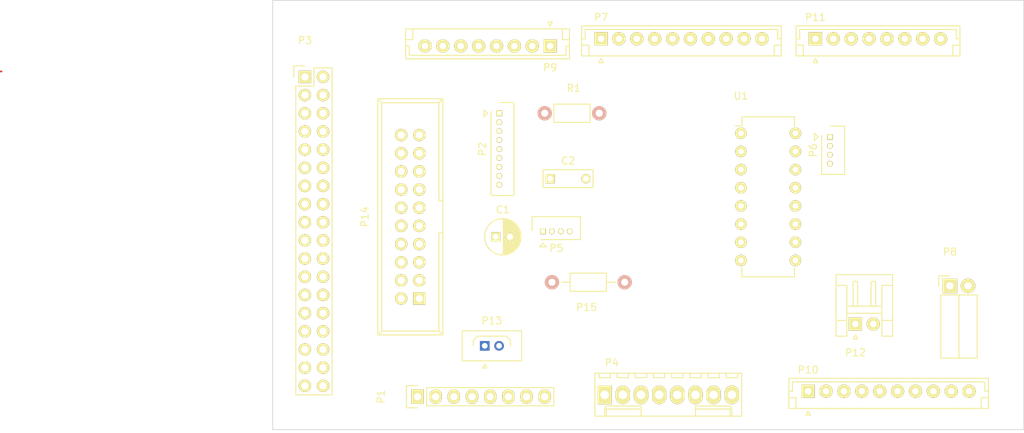
<source format=kicad_pcb>
(kicad_pcb (version 4) (host pcbnew 4.0.3-stable)

  (general
    (links 61)
    (no_connects 61)
    (area 110.084999 44.619037 253.458513 105.397)
    (thickness 1.6)
    (drawings 4)
    (tracks 1)
    (zones 0)
    (modules 19)
    (nets 95)
  )

  (page A4)
  (layers
    (0 F.Cu signal)
    (31 B.Cu signal)
    (32 B.Adhes user)
    (33 F.Adhes user)
    (34 B.Paste user)
    (35 F.Paste user)
    (36 B.SilkS user)
    (37 F.SilkS user)
    (38 B.Mask user)
    (39 F.Mask user)
    (40 Dwgs.User user)
    (41 Cmts.User user)
    (42 Eco1.User user)
    (43 Eco2.User user)
    (44 Edge.Cuts user)
    (45 Margin user)
    (46 B.CrtYd user)
    (47 F.CrtYd user)
    (48 B.Fab user)
    (49 F.Fab user)
  )

  (setup
    (last_trace_width 2)
    (user_trace_width 1)
    (user_trace_width 2)
    (user_trace_width 3)
    (user_trace_width 4)
    (user_trace_width 5)
    (user_trace_width 6)
    (trace_clearance 0.2)
    (zone_clearance 0.508)
    (zone_45_only no)
    (trace_min 0.2)
    (segment_width 0.2)
    (edge_width 0.15)
    (via_size 0.6)
    (via_drill 0.4)
    (via_min_size 0.4)
    (via_min_drill 0.3)
    (uvia_size 0.3)
    (uvia_drill 0.1)
    (uvias_allowed no)
    (uvia_min_size 0.2)
    (uvia_min_drill 0.1)
    (pcb_text_width 0.3)
    (pcb_text_size 1.5 1.5)
    (mod_edge_width 0.15)
    (mod_text_size 1 1)
    (mod_text_width 0.15)
    (pad_size 1.524 1.524)
    (pad_drill 0.762)
    (pad_to_mask_clearance 0.2)
    (aux_axis_origin 0 0)
    (grid_origin 27.686 127.508)
    (visible_elements FFFFFF7F)
    (pcbplotparams
      (layerselection 0x00030_80000001)
      (usegerberextensions false)
      (excludeedgelayer true)
      (linewidth 0.100000)
      (plotframeref false)
      (viasonmask false)
      (mode 1)
      (useauxorigin false)
      (hpglpennumber 1)
      (hpglpenspeed 20)
      (hpglpendiameter 15)
      (hpglpenoverlay 2)
      (psnegative false)
      (psa4output false)
      (plotreference true)
      (plotvalue true)
      (plotinvisibletext false)
      (padsonsilk false)
      (subtractmaskfromsilk false)
      (outputformat 1)
      (mirror false)
      (drillshape 1)
      (scaleselection 1)
      (outputdirectory ""))
  )

  (net 0 "")
  (net 1 /5V)
  (net 2 GND)
  (net 3 "Net-(P1-Pad1)")
  (net 4 "Net-(P1-Pad2)")
  (net 5 "Net-(P1-Pad3)")
  (net 6 "Net-(P1-Pad4)")
  (net 7 "Net-(P1-Pad5)")
  (net 8 "Net-(P1-Pad6)")
  (net 9 "Net-(P1-Pad7)")
  (net 10 "Net-(P1-Pad8)")
  (net 11 /KEY_INPUT1)
  (net 12 /KEY_INPUT2)
  (net 13 /KEY_INPUT6)
  (net 14 "Net-(P3-Pad1)")
  (net 15 "Net-(P3-Pad2)")
  (net 16 /LCD_D0)
  (net 17 /LCD_D1)
  (net 18 /LCD_D2)
  (net 19 /LCD_D3)
  (net 20 /LCD_D4)
  (net 21 /LCD_D5)
  (net 22 /LCD_D6)
  (net 23 /LCD_D7)
  (net 24 "Net-(P3-Pad11)")
  (net 25 "Net-(P3-Pad19)")
  (net 26 "Net-(P3-Pad20)")
  (net 27 "Net-(P3-Pad21)")
  (net 28 "Net-(P3-Pad22)")
  (net 29 "Net-(P3-Pad23)")
  (net 30 "Net-(P3-Pad24)")
  (net 31 "Net-(P3-Pad25)")
  (net 32 "Net-(P3-Pad26)")
  (net 33 "Net-(P3-Pad27)")
  (net 34 "Net-(P3-Pad28)")
  (net 35 "Net-(P3-Pad29)")
  (net 36 "Net-(P3-Pad30)")
  (net 37 /SD_DO)
  (net 38 /LCD_DI)
  (net 39 /SD_SCK)
  (net 40 "Net-(P3-Pad34)")
  (net 41 "Net-(P3-Pad35)")
  (net 42 "Net-(P3-Pad36)")
  (net 43 "Net-(P4-Pad1)")
  (net 44 "Net-(P4-Pad2)")
  (net 45 /RGB_B)
  (net 46 "Net-(P4-Pad4)")
  (net 47 "Net-(P4-Pad6)")
  (net 48 "Net-(P4-Pad7)")
  (net 49 "Net-(P4-Pad8)")
  (net 50 "Net-(P15-Pad1)")
  (net 51 "Net-(P6-Pad1)")
  (net 52 "Net-(P6-Pad2)")
  (net 53 "Net-(P6-Pad3)")
  (net 54 /12V)
  (net 55 "Net-(P7-Pad2)")
  (net 56 "Net-(P7-Pad3)")
  (net 57 "Net-(P7-Pad4)")
  (net 58 "Net-(P7-Pad5)")
  (net 59 "Net-(P7-Pad6)")
  (net 60 "Net-(P7-Pad7)")
  (net 61 "Net-(P7-Pad8)")
  (net 62 "Net-(P7-Pad9)")
  (net 63 "Net-(P7-Pad10)")
  (net 64 /LCD_RD)
  (net 65 /LCD_WR)
  (net 66 /LCD_RS)
  (net 67 /LCD_CS)
  (net 68 /LCD_RST)
  (net 69 "Net-(P9-Pad6)")
  (net 70 "Net-(P9-Pad7)")
  (net 71 "Net-(P9-Pad8)")
  (net 72 "Net-(P10-Pad1)")
  (net 73 "Net-(P10-Pad2)")
  (net 74 /SD_SS)
  (net 75 /HEATER_ON_OFF)
  (net 76 "Net-(P10-Pad5)")
  (net 77 "Net-(P10-Pad6)")
  (net 78 "Net-(P10-Pad7)")
  (net 79 "Net-(P10-Pad8)")
  (net 80 "Net-(P10-Pad9)")
  (net 81 "Net-(P10-Pad10)")
  (net 82 "Net-(P11-Pad1)")
  (net 83 "Net-(P11-Pad2)")
  (net 84 "Net-(P11-Pad3)")
  (net 85 "Net-(P11-Pad4)")
  (net 86 "Net-(P11-Pad8)")
  (net 87 "Net-(U1-Pad4)")
  (net 88 "Net-(U1-Pad5)")
  (net 89 "Net-(U1-Pad6)")
  (net 90 "Net-(U1-Pad7)")
  (net 91 "Net-(U1-Pad10)")
  (net 92 "Net-(U1-Pad11)")
  (net 93 "Net-(U1-Pad12)")
  (net 94 "Net-(U1-Pad13)")

  (net_class Default "This is the default net class."
    (clearance 0.2)
    (trace_width 0.25)
    (via_dia 0.6)
    (via_drill 0.4)
    (uvia_dia 0.3)
    (uvia_drill 0.1)
    (add_net /12V)
    (add_net /5V)
    (add_net /HEATER_ON_OFF)
    (add_net /KEY_INPUT1)
    (add_net /KEY_INPUT2)
    (add_net /KEY_INPUT6)
    (add_net /LCD_CS)
    (add_net /LCD_D0)
    (add_net /LCD_D1)
    (add_net /LCD_D2)
    (add_net /LCD_D3)
    (add_net /LCD_D4)
    (add_net /LCD_D5)
    (add_net /LCD_D6)
    (add_net /LCD_D7)
    (add_net /LCD_DI)
    (add_net /LCD_RD)
    (add_net /LCD_RS)
    (add_net /LCD_RST)
    (add_net /LCD_WR)
    (add_net /RGB_B)
    (add_net /SD_DO)
    (add_net /SD_SCK)
    (add_net /SD_SS)
    (add_net GND)
    (add_net "Net-(P1-Pad1)")
    (add_net "Net-(P1-Pad2)")
    (add_net "Net-(P1-Pad3)")
    (add_net "Net-(P1-Pad4)")
    (add_net "Net-(P1-Pad5)")
    (add_net "Net-(P1-Pad6)")
    (add_net "Net-(P1-Pad7)")
    (add_net "Net-(P1-Pad8)")
    (add_net "Net-(P10-Pad1)")
    (add_net "Net-(P10-Pad10)")
    (add_net "Net-(P10-Pad2)")
    (add_net "Net-(P10-Pad5)")
    (add_net "Net-(P10-Pad6)")
    (add_net "Net-(P10-Pad7)")
    (add_net "Net-(P10-Pad8)")
    (add_net "Net-(P10-Pad9)")
    (add_net "Net-(P11-Pad1)")
    (add_net "Net-(P11-Pad2)")
    (add_net "Net-(P11-Pad3)")
    (add_net "Net-(P11-Pad4)")
    (add_net "Net-(P11-Pad8)")
    (add_net "Net-(P15-Pad1)")
    (add_net "Net-(P3-Pad1)")
    (add_net "Net-(P3-Pad11)")
    (add_net "Net-(P3-Pad19)")
    (add_net "Net-(P3-Pad2)")
    (add_net "Net-(P3-Pad20)")
    (add_net "Net-(P3-Pad21)")
    (add_net "Net-(P3-Pad22)")
    (add_net "Net-(P3-Pad23)")
    (add_net "Net-(P3-Pad24)")
    (add_net "Net-(P3-Pad25)")
    (add_net "Net-(P3-Pad26)")
    (add_net "Net-(P3-Pad27)")
    (add_net "Net-(P3-Pad28)")
    (add_net "Net-(P3-Pad29)")
    (add_net "Net-(P3-Pad30)")
    (add_net "Net-(P3-Pad34)")
    (add_net "Net-(P3-Pad35)")
    (add_net "Net-(P3-Pad36)")
    (add_net "Net-(P4-Pad1)")
    (add_net "Net-(P4-Pad2)")
    (add_net "Net-(P4-Pad4)")
    (add_net "Net-(P4-Pad6)")
    (add_net "Net-(P4-Pad7)")
    (add_net "Net-(P4-Pad8)")
    (add_net "Net-(P6-Pad1)")
    (add_net "Net-(P6-Pad2)")
    (add_net "Net-(P6-Pad3)")
    (add_net "Net-(P7-Pad10)")
    (add_net "Net-(P7-Pad2)")
    (add_net "Net-(P7-Pad3)")
    (add_net "Net-(P7-Pad4)")
    (add_net "Net-(P7-Pad5)")
    (add_net "Net-(P7-Pad6)")
    (add_net "Net-(P7-Pad7)")
    (add_net "Net-(P7-Pad8)")
    (add_net "Net-(P7-Pad9)")
    (add_net "Net-(P9-Pad6)")
    (add_net "Net-(P9-Pad7)")
    (add_net "Net-(P9-Pad8)")
    (add_net "Net-(U1-Pad10)")
    (add_net "Net-(U1-Pad11)")
    (add_net "Net-(U1-Pad12)")
    (add_net "Net-(U1-Pad13)")
    (add_net "Net-(U1-Pad4)")
    (add_net "Net-(U1-Pad5)")
    (add_net "Net-(U1-Pad6)")
    (add_net "Net-(U1-Pad7)")
  )

  (module Capacitors_ThroughHole:C_Radial_D5_L11_P2 (layer F.Cu) (tedit 0) (tstamp 57BBE01E)
    (at 179.578 77.724)
    (descr "Radial Electrolytic Capacitor 5mm x Length 11mm, Pitch 2mm")
    (tags "Electrolytic Capacitor")
    (path /57BBAA0D)
    (fp_text reference C1 (at 1 -3.8) (layer F.SilkS)
      (effects (font (size 1 1) (thickness 0.15)))
    )
    (fp_text value 100uF (at 1 3.8) (layer F.Fab)
      (effects (font (size 1 1) (thickness 0.15)))
    )
    (fp_line (start 1.075 -2.499) (end 1.075 2.499) (layer F.SilkS) (width 0.15))
    (fp_line (start 1.215 -2.491) (end 1.215 -0.154) (layer F.SilkS) (width 0.15))
    (fp_line (start 1.215 0.154) (end 1.215 2.491) (layer F.SilkS) (width 0.15))
    (fp_line (start 1.355 -2.475) (end 1.355 -0.473) (layer F.SilkS) (width 0.15))
    (fp_line (start 1.355 0.473) (end 1.355 2.475) (layer F.SilkS) (width 0.15))
    (fp_line (start 1.495 -2.451) (end 1.495 -0.62) (layer F.SilkS) (width 0.15))
    (fp_line (start 1.495 0.62) (end 1.495 2.451) (layer F.SilkS) (width 0.15))
    (fp_line (start 1.635 -2.418) (end 1.635 -0.712) (layer F.SilkS) (width 0.15))
    (fp_line (start 1.635 0.712) (end 1.635 2.418) (layer F.SilkS) (width 0.15))
    (fp_line (start 1.775 -2.377) (end 1.775 -0.768) (layer F.SilkS) (width 0.15))
    (fp_line (start 1.775 0.768) (end 1.775 2.377) (layer F.SilkS) (width 0.15))
    (fp_line (start 1.915 -2.327) (end 1.915 -0.795) (layer F.SilkS) (width 0.15))
    (fp_line (start 1.915 0.795) (end 1.915 2.327) (layer F.SilkS) (width 0.15))
    (fp_line (start 2.055 -2.266) (end 2.055 -0.798) (layer F.SilkS) (width 0.15))
    (fp_line (start 2.055 0.798) (end 2.055 2.266) (layer F.SilkS) (width 0.15))
    (fp_line (start 2.195 -2.196) (end 2.195 -0.776) (layer F.SilkS) (width 0.15))
    (fp_line (start 2.195 0.776) (end 2.195 2.196) (layer F.SilkS) (width 0.15))
    (fp_line (start 2.335 -2.114) (end 2.335 -0.726) (layer F.SilkS) (width 0.15))
    (fp_line (start 2.335 0.726) (end 2.335 2.114) (layer F.SilkS) (width 0.15))
    (fp_line (start 2.475 -2.019) (end 2.475 -0.644) (layer F.SilkS) (width 0.15))
    (fp_line (start 2.475 0.644) (end 2.475 2.019) (layer F.SilkS) (width 0.15))
    (fp_line (start 2.615 -1.908) (end 2.615 -0.512) (layer F.SilkS) (width 0.15))
    (fp_line (start 2.615 0.512) (end 2.615 1.908) (layer F.SilkS) (width 0.15))
    (fp_line (start 2.755 -1.78) (end 2.755 -0.265) (layer F.SilkS) (width 0.15))
    (fp_line (start 2.755 0.265) (end 2.755 1.78) (layer F.SilkS) (width 0.15))
    (fp_line (start 2.895 -1.631) (end 2.895 1.631) (layer F.SilkS) (width 0.15))
    (fp_line (start 3.035 -1.452) (end 3.035 1.452) (layer F.SilkS) (width 0.15))
    (fp_line (start 3.175 -1.233) (end 3.175 1.233) (layer F.SilkS) (width 0.15))
    (fp_line (start 3.315 -0.944) (end 3.315 0.944) (layer F.SilkS) (width 0.15))
    (fp_line (start 3.455 -0.472) (end 3.455 0.472) (layer F.SilkS) (width 0.15))
    (fp_circle (center 2 0) (end 2 -0.8) (layer F.SilkS) (width 0.15))
    (fp_circle (center 1 0) (end 1 -2.5375) (layer F.SilkS) (width 0.15))
    (fp_circle (center 1 0) (end 1 -2.8) (layer F.CrtYd) (width 0.05))
    (pad 1 thru_hole rect (at 0 0) (size 1.3 1.3) (drill 0.8) (layers *.Cu *.Mask F.SilkS)
      (net 1 /5V))
    (pad 2 thru_hole circle (at 2 0) (size 1.3 1.3) (drill 0.8) (layers *.Cu *.Mask F.SilkS)
      (net 2 GND))
    (model Capacitors_ThroughHole.3dshapes/C_Radial_D5_L11_P2.wrl
      (at (xyz 0 0 0))
      (scale (xyz 1 1 1))
      (rotate (xyz 0 0 0))
    )
  )

  (module Capacitors_ThroughHole:C_Rect_L7_W2.5_P5 (layer F.Cu) (tedit 0) (tstamp 57BBE02C)
    (at 187.198 69.596)
    (descr "Film Capacitor Length 7mm x Width 2.5mm, Pitch 5mm")
    (tags Capacitor)
    (path /57BBA6E5)
    (fp_text reference C2 (at 2.5 -2.5) (layer F.SilkS)
      (effects (font (size 1 1) (thickness 0.15)))
    )
    (fp_text value 0.1uF (at 2.5 2.5) (layer F.Fab)
      (effects (font (size 1 1) (thickness 0.15)))
    )
    (fp_line (start -1.25 -1.5) (end 6.25 -1.5) (layer F.CrtYd) (width 0.05))
    (fp_line (start 6.25 -1.5) (end 6.25 1.5) (layer F.CrtYd) (width 0.05))
    (fp_line (start 6.25 1.5) (end -1.25 1.5) (layer F.CrtYd) (width 0.05))
    (fp_line (start -1.25 1.5) (end -1.25 -1.5) (layer F.CrtYd) (width 0.05))
    (fp_line (start -1 -1.25) (end 6 -1.25) (layer F.SilkS) (width 0.15))
    (fp_line (start 6 -1.25) (end 6 1.25) (layer F.SilkS) (width 0.15))
    (fp_line (start 6 1.25) (end -1 1.25) (layer F.SilkS) (width 0.15))
    (fp_line (start -1 1.25) (end -1 -1.25) (layer F.SilkS) (width 0.15))
    (pad 1 thru_hole rect (at 0 0) (size 1.3 1.3) (drill 0.8) (layers *.Cu *.Mask F.SilkS)
      (net 2 GND))
    (pad 2 thru_hole circle (at 5 0) (size 1.3 1.3) (drill 0.8) (layers *.Cu *.Mask F.SilkS)
      (net 1 /5V))
  )

  (module Pin_Headers:Pin_Header_Straight_1x08 (layer F.Cu) (tedit 57C2AFD5) (tstamp 57BBE043)
    (at 168.656 100.076 90)
    (descr "Through hole pin header")
    (tags "pin header")
    (path /57BAB35D)
    (fp_text reference P1 (at 0 -5.1 90) (layer F.SilkS)
      (effects (font (size 1 1) (thickness 0.15)))
    )
    (fp_text value COMMUNICATION (at 3.048 -1.524 180) (layer F.Fab)
      (effects (font (size 1 1) (thickness 0.15)))
    )
    (fp_line (start -1.75 -1.75) (end -1.75 19.55) (layer F.CrtYd) (width 0.05))
    (fp_line (start 1.75 -1.75) (end 1.75 19.55) (layer F.CrtYd) (width 0.05))
    (fp_line (start -1.75 -1.75) (end 1.75 -1.75) (layer F.CrtYd) (width 0.05))
    (fp_line (start -1.75 19.55) (end 1.75 19.55) (layer F.CrtYd) (width 0.05))
    (fp_line (start 1.27 1.27) (end 1.27 19.05) (layer F.SilkS) (width 0.15))
    (fp_line (start 1.27 19.05) (end -1.27 19.05) (layer F.SilkS) (width 0.15))
    (fp_line (start -1.27 19.05) (end -1.27 1.27) (layer F.SilkS) (width 0.15))
    (fp_line (start 1.55 -1.55) (end 1.55 0) (layer F.SilkS) (width 0.15))
    (fp_line (start 1.27 1.27) (end -1.27 1.27) (layer F.SilkS) (width 0.15))
    (fp_line (start -1.55 0) (end -1.55 -1.55) (layer F.SilkS) (width 0.15))
    (fp_line (start -1.55 -1.55) (end 1.55 -1.55) (layer F.SilkS) (width 0.15))
    (pad 1 thru_hole rect (at 0 0 90) (size 2.032 1.7272) (drill 1.016) (layers *.Cu *.Mask F.SilkS)
      (net 3 "Net-(P1-Pad1)"))
    (pad 2 thru_hole oval (at 0 2.54 90) (size 2.032 1.7272) (drill 1.016) (layers *.Cu *.Mask F.SilkS)
      (net 4 "Net-(P1-Pad2)"))
    (pad 3 thru_hole oval (at 0 5.08 90) (size 2.032 1.7272) (drill 1.016) (layers *.Cu *.Mask F.SilkS)
      (net 5 "Net-(P1-Pad3)"))
    (pad 4 thru_hole oval (at 0 7.62 90) (size 2.032 1.7272) (drill 1.016) (layers *.Cu *.Mask F.SilkS)
      (net 6 "Net-(P1-Pad4)"))
    (pad 5 thru_hole oval (at 0 10.16 90) (size 2.032 1.7272) (drill 1.016) (layers *.Cu *.Mask F.SilkS)
      (net 7 "Net-(P1-Pad5)"))
    (pad 6 thru_hole oval (at 0 12.7 90) (size 2.032 1.7272) (drill 1.016) (layers *.Cu *.Mask F.SilkS)
      (net 8 "Net-(P1-Pad6)"))
    (pad 7 thru_hole oval (at 0 15.24 90) (size 2.032 1.7272) (drill 1.016) (layers *.Cu *.Mask F.SilkS)
      (net 9 "Net-(P1-Pad7)"))
    (pad 8 thru_hole oval (at 0 17.78 90) (size 2.032 1.7272) (drill 1.016) (layers *.Cu *.Mask F.SilkS)
      (net 10 "Net-(P1-Pad8)"))
    (model Pin_Headers.3dshapes/Pin_Header_Straight_1x08.wrl
      (at (xyz 0 -0.35 0))
      (scale (xyz 1 1 1))
      (rotate (xyz 0 0 90))
    )
  )

  (module Connectors_Molex:Molex_PicoBlade_53047-0910 (layer F.Cu) (tedit 0) (tstamp 57BBE05C)
    (at 180.086 60.452 270)
    (descr "Molex PicoBlade 1.25mm shrouded header. Vertical. 9 ways")
    (tags "connector PicoBlade header")
    (path /57BB1CDC)
    (fp_text reference P2 (at 5 2.35 270) (layer F.SilkS)
      (effects (font (size 1 1) (thickness 0.15)))
    )
    (fp_text value KEY_INPUT (at 5 -3.25 270) (layer F.Fab)
      (effects (font (size 1 1) (thickness 0.15)))
    )
    (fp_line (start -1.5 -0.12) (end -1.5 -2.05) (layer F.SilkS) (width 0.15))
    (fp_line (start -1.5 -2.05) (end 11.5 -2.05) (layer F.SilkS) (width 0.15))
    (fp_line (start 11.5 -2.05) (end 11.5 1.15) (layer F.SilkS) (width 0.15))
    (fp_line (start 11.5 1.15) (end -0.23 1.15) (layer F.SilkS) (width 0.15))
    (fp_line (start 0 1.65) (end 0.5 2.15) (layer F.SilkS) (width 0.15))
    (fp_line (start 0.5 2.15) (end -0.5 2.15) (layer F.SilkS) (width 0.15))
    (fp_line (start -0.5 2.15) (end 0 1.65) (layer F.SilkS) (width 0.15))
    (fp_line (start -0.23 1.15) (end -1.5 -0.12) (layer F.Fab) (width 0.2))
    (fp_line (start -1.5 -0.12) (end -1.5 -2.05) (layer F.Fab) (width 0.2))
    (fp_line (start -1.5 -2.05) (end 11.5 -2.05) (layer F.Fab) (width 0.2))
    (fp_line (start 11.5 -2.05) (end 11.5 1.15) (layer F.Fab) (width 0.2))
    (fp_line (start 11.5 1.15) (end -0.23 1.15) (layer F.Fab) (width 0.2))
    (pad 1 thru_hole rect (at 0 0 270) (size 0.8 0.8) (drill 0.5) (layers *.Cu *.Mask F.SilkS)
      (net 11 /KEY_INPUT1))
    (pad 2 thru_hole oval (at 1.25 0 270) (size 0.8 0.8) (drill 0.5) (layers *.Cu *.Mask F.SilkS)
      (net 12 /KEY_INPUT2))
    (pad 3 thru_hole oval (at 2.5 0 270) (size 0.8 0.8) (drill 0.5) (layers *.Cu *.Mask F.SilkS)
      (net 11 /KEY_INPUT1))
    (pad 4 thru_hole oval (at 3.75 0 270) (size 0.8 0.8) (drill 0.5) (layers *.Cu *.Mask F.SilkS)
      (net 11 /KEY_INPUT1))
    (pad 5 thru_hole oval (at 5 0 270) (size 0.8 0.8) (drill 0.5) (layers *.Cu *.Mask F.SilkS)
      (net 11 /KEY_INPUT1))
    (pad 6 thru_hole oval (at 6.25 0 270) (size 0.8 0.8) (drill 0.5) (layers *.Cu *.Mask F.SilkS)
      (net 13 /KEY_INPUT6))
    (pad 7 thru_hole oval (at 7.5 0 270) (size 0.8 0.8) (drill 0.5) (layers *.Cu *.Mask F.SilkS)
      (net 11 /KEY_INPUT1))
    (pad 8 thru_hole oval (at 8.75 0 270) (size 0.8 0.8) (drill 0.5) (layers *.Cu *.Mask F.SilkS)
      (net 1 /5V))
    (pad 9 thru_hole oval (at 10 0 270) (size 0.8 0.8) (drill 0.5) (layers *.Cu *.Mask F.SilkS)
      (net 2 GND))
    (model Connectors_Molex.3dshapes/Molex_PicoBlade_53047-0910.wrl
      (at (xyz 0.19685 0 0))
      (scale (xyz 1 1 1))
      (rotate (xyz 0 0 180))
    )
  )

  (module Pin_Headers:Pin_Header_Straight_2x18 (layer F.Cu) (tedit 0) (tstamp 57BBE090)
    (at 152.908 55.372)
    (descr "Through hole pin header")
    (tags "pin header")
    (path /57BAB2A6)
    (fp_text reference P3 (at 0 -5.1) (layer F.SilkS)
      (effects (font (size 1 1) (thickness 0.15)))
    )
    (fp_text value DIGITAL_PIN (at 0 -3.1) (layer F.Fab)
      (effects (font (size 1 1) (thickness 0.15)))
    )
    (fp_line (start -1.75 -1.75) (end -1.75 44.95) (layer F.CrtYd) (width 0.05))
    (fp_line (start 4.3 -1.75) (end 4.3 44.95) (layer F.CrtYd) (width 0.05))
    (fp_line (start -1.75 -1.75) (end 4.3 -1.75) (layer F.CrtYd) (width 0.05))
    (fp_line (start -1.75 44.95) (end 4.3 44.95) (layer F.CrtYd) (width 0.05))
    (fp_line (start 3.81 -1.27) (end 3.81 44.45) (layer F.SilkS) (width 0.15))
    (fp_line (start -1.27 44.45) (end -1.27 1.27) (layer F.SilkS) (width 0.15))
    (fp_line (start 3.81 44.45) (end -1.27 44.45) (layer F.SilkS) (width 0.15))
    (fp_line (start 3.81 -1.27) (end 1.27 -1.27) (layer F.SilkS) (width 0.15))
    (fp_line (start 0 -1.55) (end -1.55 -1.55) (layer F.SilkS) (width 0.15))
    (fp_line (start 1.27 -1.27) (end 1.27 1.27) (layer F.SilkS) (width 0.15))
    (fp_line (start 1.27 1.27) (end -1.27 1.27) (layer F.SilkS) (width 0.15))
    (fp_line (start -1.55 -1.55) (end -1.55 0) (layer F.SilkS) (width 0.15))
    (pad 1 thru_hole rect (at 0 0) (size 1.7272 1.7272) (drill 1.016) (layers *.Cu *.Mask F.SilkS)
      (net 14 "Net-(P3-Pad1)"))
    (pad 2 thru_hole oval (at 2.54 0) (size 1.7272 1.7272) (drill 1.016) (layers *.Cu *.Mask F.SilkS)
      (net 15 "Net-(P3-Pad2)"))
    (pad 3 thru_hole oval (at 0 2.54) (size 1.7272 1.7272) (drill 1.016) (layers *.Cu *.Mask F.SilkS)
      (net 16 /LCD_D0))
    (pad 4 thru_hole oval (at 2.54 2.54) (size 1.7272 1.7272) (drill 1.016) (layers *.Cu *.Mask F.SilkS)
      (net 17 /LCD_D1))
    (pad 5 thru_hole oval (at 0 5.08) (size 1.7272 1.7272) (drill 1.016) (layers *.Cu *.Mask F.SilkS)
      (net 18 /LCD_D2))
    (pad 6 thru_hole oval (at 2.54 5.08) (size 1.7272 1.7272) (drill 1.016) (layers *.Cu *.Mask F.SilkS)
      (net 19 /LCD_D3))
    (pad 7 thru_hole oval (at 0 7.62) (size 1.7272 1.7272) (drill 1.016) (layers *.Cu *.Mask F.SilkS)
      (net 20 /LCD_D4))
    (pad 8 thru_hole oval (at 2.54 7.62) (size 1.7272 1.7272) (drill 1.016) (layers *.Cu *.Mask F.SilkS)
      (net 21 /LCD_D5))
    (pad 9 thru_hole oval (at 0 10.16) (size 1.7272 1.7272) (drill 1.016) (layers *.Cu *.Mask F.SilkS)
      (net 22 /LCD_D6))
    (pad 10 thru_hole oval (at 2.54 10.16) (size 1.7272 1.7272) (drill 1.016) (layers *.Cu *.Mask F.SilkS)
      (net 23 /LCD_D7))
    (pad 11 thru_hole oval (at 0 12.7) (size 1.7272 1.7272) (drill 1.016) (layers *.Cu *.Mask F.SilkS)
      (net 24 "Net-(P3-Pad11)"))
    (pad 12 thru_hole oval (at 2.54 12.7) (size 1.7272 1.7272) (drill 1.016) (layers *.Cu *.Mask F.SilkS)
      (net 11 /KEY_INPUT1))
    (pad 13 thru_hole oval (at 0 15.24) (size 1.7272 1.7272) (drill 1.016) (layers *.Cu *.Mask F.SilkS)
      (net 13 /KEY_INPUT6))
    (pad 14 thru_hole oval (at 2.54 15.24) (size 1.7272 1.7272) (drill 1.016) (layers *.Cu *.Mask F.SilkS)
      (net 11 /KEY_INPUT1))
    (pad 15 thru_hole oval (at 0 17.78) (size 1.7272 1.7272) (drill 1.016) (layers *.Cu *.Mask F.SilkS)
      (net 11 /KEY_INPUT1))
    (pad 16 thru_hole oval (at 2.54 17.78) (size 1.7272 1.7272) (drill 1.016) (layers *.Cu *.Mask F.SilkS)
      (net 11 /KEY_INPUT1))
    (pad 17 thru_hole oval (at 0 20.32) (size 1.7272 1.7272) (drill 1.016) (layers *.Cu *.Mask F.SilkS)
      (net 12 /KEY_INPUT2))
    (pad 18 thru_hole oval (at 2.54 20.32) (size 1.7272 1.7272) (drill 1.016) (layers *.Cu *.Mask F.SilkS)
      (net 11 /KEY_INPUT1))
    (pad 19 thru_hole oval (at 0 22.86) (size 1.7272 1.7272) (drill 1.016) (layers *.Cu *.Mask F.SilkS)
      (net 25 "Net-(P3-Pad19)"))
    (pad 20 thru_hole oval (at 2.54 22.86) (size 1.7272 1.7272) (drill 1.016) (layers *.Cu *.Mask F.SilkS)
      (net 26 "Net-(P3-Pad20)"))
    (pad 21 thru_hole oval (at 0 25.4) (size 1.7272 1.7272) (drill 1.016) (layers *.Cu *.Mask F.SilkS)
      (net 27 "Net-(P3-Pad21)"))
    (pad 22 thru_hole oval (at 2.54 25.4) (size 1.7272 1.7272) (drill 1.016) (layers *.Cu *.Mask F.SilkS)
      (net 28 "Net-(P3-Pad22)"))
    (pad 23 thru_hole oval (at 0 27.94) (size 1.7272 1.7272) (drill 1.016) (layers *.Cu *.Mask F.SilkS)
      (net 29 "Net-(P3-Pad23)"))
    (pad 24 thru_hole oval (at 2.54 27.94) (size 1.7272 1.7272) (drill 1.016) (layers *.Cu *.Mask F.SilkS)
      (net 30 "Net-(P3-Pad24)"))
    (pad 25 thru_hole oval (at 0 30.48) (size 1.7272 1.7272) (drill 1.016) (layers *.Cu *.Mask F.SilkS)
      (net 31 "Net-(P3-Pad25)"))
    (pad 26 thru_hole oval (at 2.54 30.48) (size 1.7272 1.7272) (drill 1.016) (layers *.Cu *.Mask F.SilkS)
      (net 32 "Net-(P3-Pad26)"))
    (pad 27 thru_hole oval (at 0 33.02) (size 1.7272 1.7272) (drill 1.016) (layers *.Cu *.Mask F.SilkS)
      (net 33 "Net-(P3-Pad27)"))
    (pad 28 thru_hole oval (at 2.54 33.02) (size 1.7272 1.7272) (drill 1.016) (layers *.Cu *.Mask F.SilkS)
      (net 34 "Net-(P3-Pad28)"))
    (pad 29 thru_hole oval (at 0 35.56) (size 1.7272 1.7272) (drill 1.016) (layers *.Cu *.Mask F.SilkS)
      (net 35 "Net-(P3-Pad29)"))
    (pad 30 thru_hole oval (at 2.54 35.56) (size 1.7272 1.7272) (drill 1.016) (layers *.Cu *.Mask F.SilkS)
      (net 36 "Net-(P3-Pad30)"))
    (pad 31 thru_hole oval (at 0 38.1) (size 1.7272 1.7272) (drill 1.016) (layers *.Cu *.Mask F.SilkS)
      (net 37 /SD_DO))
    (pad 32 thru_hole oval (at 2.54 38.1) (size 1.7272 1.7272) (drill 1.016) (layers *.Cu *.Mask F.SilkS)
      (net 38 /LCD_DI))
    (pad 33 thru_hole oval (at 0 40.64) (size 1.7272 1.7272) (drill 1.016) (layers *.Cu *.Mask F.SilkS)
      (net 39 /SD_SCK))
    (pad 34 thru_hole oval (at 2.54 40.64) (size 1.7272 1.7272) (drill 1.016) (layers *.Cu *.Mask F.SilkS)
      (net 40 "Net-(P3-Pad34)"))
    (pad 35 thru_hole oval (at 0 43.18) (size 1.7272 1.7272) (drill 1.016) (layers *.Cu *.Mask F.SilkS)
      (net 41 "Net-(P3-Pad35)"))
    (pad 36 thru_hole oval (at 2.54 43.18) (size 1.7272 1.7272) (drill 1.016) (layers *.Cu *.Mask F.SilkS)
      (net 42 "Net-(P3-Pad36)"))
    (model Pin_Headers.3dshapes/Pin_Header_Straight_2x18.wrl
      (at (xyz 0.05 -0.85 0))
      (scale (xyz 1 1 1))
      (rotate (xyz 0 0 90))
    )
  )

  (module Connectors_Molex:Molex_KK-6410-08_08x2.54mm_Straight (layer F.Cu) (tedit 56C6219D) (tstamp 57BBE0CA)
    (at 194.818 99.822)
    (descr "Connector Headers with Friction Lock, 22-27-2081, http://www.molex.com/pdm_docs/sd/022272021_sd.pdf")
    (tags "connector molex kk_6410 22-27-2081")
    (path /57BAB3DC)
    (fp_text reference P4 (at 1 -4.5) (layer F.SilkS)
      (effects (font (size 1 1) (thickness 0.15)))
    )
    (fp_text value "PWM 1" (at 8.89 4.5) (layer F.Fab)
      (effects (font (size 1 1) (thickness 0.15)))
    )
    (fp_line (start -1.37 -3.02) (end -1.37 2.98) (layer F.SilkS) (width 0.15))
    (fp_line (start -1.37 2.98) (end 19.15 2.98) (layer F.SilkS) (width 0.15))
    (fp_line (start 19.15 2.98) (end 19.15 -3.02) (layer F.SilkS) (width 0.15))
    (fp_line (start 19.15 -3.02) (end -1.37 -3.02) (layer F.SilkS) (width 0.15))
    (fp_line (start 0 2.98) (end 0 1.98) (layer F.SilkS) (width 0.15))
    (fp_line (start 0 1.98) (end 5.08 1.98) (layer F.SilkS) (width 0.15))
    (fp_line (start 5.08 1.98) (end 5.08 2.98) (layer F.SilkS) (width 0.15))
    (fp_line (start 0 1.98) (end 0.25 1.55) (layer F.SilkS) (width 0.15))
    (fp_line (start 0.25 1.55) (end 5.08 1.55) (layer F.SilkS) (width 0.15))
    (fp_line (start 5.08 1.55) (end 5.08 1.98) (layer F.SilkS) (width 0.15))
    (fp_line (start 0.25 2.98) (end 0.25 1.98) (layer F.SilkS) (width 0.15))
    (fp_line (start 17.78 2.98) (end 17.78 1.98) (layer F.SilkS) (width 0.15))
    (fp_line (start 17.78 1.98) (end 12.7 1.98) (layer F.SilkS) (width 0.15))
    (fp_line (start 12.7 1.98) (end 12.7 2.98) (layer F.SilkS) (width 0.15))
    (fp_line (start 17.78 1.98) (end 17.53 1.55) (layer F.SilkS) (width 0.15))
    (fp_line (start 17.53 1.55) (end 12.7 1.55) (layer F.SilkS) (width 0.15))
    (fp_line (start 12.7 1.55) (end 12.7 1.98) (layer F.SilkS) (width 0.15))
    (fp_line (start 17.53 2.98) (end 17.53 1.98) (layer F.SilkS) (width 0.15))
    (fp_line (start -0.8 -3.02) (end -0.8 -2.4) (layer F.SilkS) (width 0.15))
    (fp_line (start -0.8 -2.4) (end 0.8 -2.4) (layer F.SilkS) (width 0.15))
    (fp_line (start 0.8 -2.4) (end 0.8 -3.02) (layer F.SilkS) (width 0.15))
    (fp_line (start 1.74 -3.02) (end 1.74 -2.4) (layer F.SilkS) (width 0.15))
    (fp_line (start 1.74 -2.4) (end 3.34 -2.4) (layer F.SilkS) (width 0.15))
    (fp_line (start 3.34 -2.4) (end 3.34 -3.02) (layer F.SilkS) (width 0.15))
    (fp_line (start 4.28 -3.02) (end 4.28 -2.4) (layer F.SilkS) (width 0.15))
    (fp_line (start 4.28 -2.4) (end 5.88 -2.4) (layer F.SilkS) (width 0.15))
    (fp_line (start 5.88 -2.4) (end 5.88 -3.02) (layer F.SilkS) (width 0.15))
    (fp_line (start 6.82 -3.02) (end 6.82 -2.4) (layer F.SilkS) (width 0.15))
    (fp_line (start 6.82 -2.4) (end 8.42 -2.4) (layer F.SilkS) (width 0.15))
    (fp_line (start 8.42 -2.4) (end 8.42 -3.02) (layer F.SilkS) (width 0.15))
    (fp_line (start 9.36 -3.02) (end 9.36 -2.4) (layer F.SilkS) (width 0.15))
    (fp_line (start 9.36 -2.4) (end 10.96 -2.4) (layer F.SilkS) (width 0.15))
    (fp_line (start 10.96 -2.4) (end 10.96 -3.02) (layer F.SilkS) (width 0.15))
    (fp_line (start 11.9 -3.02) (end 11.9 -2.4) (layer F.SilkS) (width 0.15))
    (fp_line (start 11.9 -2.4) (end 13.5 -2.4) (layer F.SilkS) (width 0.15))
    (fp_line (start 13.5 -2.4) (end 13.5 -3.02) (layer F.SilkS) (width 0.15))
    (fp_line (start 14.44 -3.02) (end 14.44 -2.4) (layer F.SilkS) (width 0.15))
    (fp_line (start 14.44 -2.4) (end 16.04 -2.4) (layer F.SilkS) (width 0.15))
    (fp_line (start 16.04 -2.4) (end 16.04 -3.02) (layer F.SilkS) (width 0.15))
    (fp_line (start 16.98 -3.02) (end 16.98 -2.4) (layer F.SilkS) (width 0.15))
    (fp_line (start 16.98 -2.4) (end 18.58 -2.4) (layer F.SilkS) (width 0.15))
    (fp_line (start 18.58 -2.4) (end 18.58 -3.02) (layer F.SilkS) (width 0.15))
    (fp_line (start -1.9 3.5) (end -1.9 -3.55) (layer F.CrtYd) (width 0.05))
    (fp_line (start -1.9 -3.55) (end 19.7 -3.55) (layer F.CrtYd) (width 0.05))
    (fp_line (start 19.7 -3.55) (end 19.7 3.5) (layer F.CrtYd) (width 0.05))
    (fp_line (start 19.7 3.5) (end -1.9 3.5) (layer F.CrtYd) (width 0.05))
    (pad 1 thru_hole rect (at 0 0) (size 2 2.6) (drill 1.2) (layers *.Cu *.Mask F.SilkS)
      (net 43 "Net-(P4-Pad1)"))
    (pad 2 thru_hole oval (at 2.54 0) (size 2 2.6) (drill 1.2) (layers *.Cu *.Mask F.SilkS)
      (net 44 "Net-(P4-Pad2)"))
    (pad 3 thru_hole oval (at 5.08 0) (size 2 2.6) (drill 1.2) (layers *.Cu *.Mask F.SilkS)
      (net 45 /RGB_B))
    (pad 4 thru_hole oval (at 7.62 0) (size 2 2.6) (drill 1.2) (layers *.Cu *.Mask F.SilkS)
      (net 46 "Net-(P4-Pad4)"))
    (pad 5 thru_hole oval (at 10.16 0) (size 2 2.6) (drill 1.2) (layers *.Cu *.Mask F.SilkS)
      (net 45 /RGB_B))
    (pad 6 thru_hole oval (at 12.7 0) (size 2 2.6) (drill 1.2) (layers *.Cu *.Mask F.SilkS)
      (net 47 "Net-(P4-Pad6)"))
    (pad 7 thru_hole oval (at 15.24 0) (size 2 2.6) (drill 1.2) (layers *.Cu *.Mask F.SilkS)
      (net 48 "Net-(P4-Pad7)"))
    (pad 8 thru_hole oval (at 17.78 0) (size 2 2.6) (drill 1.2) (layers *.Cu *.Mask F.SilkS)
      (net 49 "Net-(P4-Pad8)"))
  )

  (module Connectors_Molex:Molex_PicoBlade_53047-0410 (layer F.Cu) (tedit 0) (tstamp 57BBE0DE)
    (at 186.182 76.962)
    (descr "Molex PicoBlade 1.25mm shrouded header. Vertical. 4 ways")
    (tags "connector PicoBlade header")
    (path /57BAAA1F)
    (fp_text reference P5 (at 1.875 2.35) (layer F.SilkS)
      (effects (font (size 1 1) (thickness 0.15)))
    )
    (fp_text value TEMP_SENSOR (at 1.875 -3.25) (layer F.Fab)
      (effects (font (size 1 1) (thickness 0.15)))
    )
    (fp_line (start -1.5 -0.12) (end -1.5 -2.05) (layer F.SilkS) (width 0.15))
    (fp_line (start -1.5 -2.05) (end 5.25 -2.05) (layer F.SilkS) (width 0.15))
    (fp_line (start 5.25 -2.05) (end 5.25 1.15) (layer F.SilkS) (width 0.15))
    (fp_line (start 5.25 1.15) (end -0.23 1.15) (layer F.SilkS) (width 0.15))
    (fp_line (start 0 1.65) (end 0.5 2.15) (layer F.SilkS) (width 0.15))
    (fp_line (start 0.5 2.15) (end -0.5 2.15) (layer F.SilkS) (width 0.15))
    (fp_line (start -0.5 2.15) (end 0 1.65) (layer F.SilkS) (width 0.15))
    (fp_line (start -0.23 1.15) (end -1.5 -0.12) (layer F.Fab) (width 0.2))
    (fp_line (start -1.5 -0.12) (end -1.5 -2.05) (layer F.Fab) (width 0.2))
    (fp_line (start -1.5 -2.05) (end 5.25 -2.05) (layer F.Fab) (width 0.2))
    (fp_line (start 5.25 -2.05) (end 5.25 1.15) (layer F.Fab) (width 0.2))
    (fp_line (start 5.25 1.15) (end -0.23 1.15) (layer F.Fab) (width 0.2))
    (pad 1 thru_hole rect (at 0 0) (size 0.8 0.8) (drill 0.5) (layers *.Cu *.Mask F.SilkS)
      (net 2 GND))
    (pad 2 thru_hole oval (at 1.25 0) (size 0.8 0.8) (drill 0.5) (layers *.Cu *.Mask F.SilkS)
      (net 50 "Net-(P15-Pad1)"))
    (pad 3 thru_hole oval (at 2.5 0) (size 0.8 0.8) (drill 0.5) (layers *.Cu *.Mask F.SilkS)
      (net 1 /5V))
    (pad 4 thru_hole oval (at 3.75 0) (size 0.8 0.8) (drill 0.5) (layers *.Cu *.Mask F.SilkS)
      (net 1 /5V))
    (model Connectors_Molex.3dshapes/Molex_PicoBlade_53047-0410.wrl
      (at (xyz 0.07381890000000001 0 0))
      (scale (xyz 1 1 1))
      (rotate (xyz 0 0 180))
    )
  )

  (module Connectors_Molex:Molex_PicoBlade_53047-0410 (layer F.Cu) (tedit 0) (tstamp 57BBE0F2)
    (at 226.314 63.754 270)
    (descr "Molex PicoBlade 1.25mm shrouded header. Vertical. 4 ways")
    (tags "connector PicoBlade header")
    (path /57BAAB40)
    (fp_text reference P6 (at 1.875 2.35 270) (layer F.SilkS)
      (effects (font (size 1 1) (thickness 0.15)))
    )
    (fp_text value "RGB LED" (at 1.875 -3.25 270) (layer F.Fab)
      (effects (font (size 1 1) (thickness 0.15)))
    )
    (fp_line (start -1.5 -0.12) (end -1.5 -2.05) (layer F.SilkS) (width 0.15))
    (fp_line (start -1.5 -2.05) (end 5.25 -2.05) (layer F.SilkS) (width 0.15))
    (fp_line (start 5.25 -2.05) (end 5.25 1.15) (layer F.SilkS) (width 0.15))
    (fp_line (start 5.25 1.15) (end -0.23 1.15) (layer F.SilkS) (width 0.15))
    (fp_line (start 0 1.65) (end 0.5 2.15) (layer F.SilkS) (width 0.15))
    (fp_line (start 0.5 2.15) (end -0.5 2.15) (layer F.SilkS) (width 0.15))
    (fp_line (start -0.5 2.15) (end 0 1.65) (layer F.SilkS) (width 0.15))
    (fp_line (start -0.23 1.15) (end -1.5 -0.12) (layer F.Fab) (width 0.2))
    (fp_line (start -1.5 -0.12) (end -1.5 -2.05) (layer F.Fab) (width 0.2))
    (fp_line (start -1.5 -2.05) (end 5.25 -2.05) (layer F.Fab) (width 0.2))
    (fp_line (start 5.25 -2.05) (end 5.25 1.15) (layer F.Fab) (width 0.2))
    (fp_line (start 5.25 1.15) (end -0.23 1.15) (layer F.Fab) (width 0.2))
    (pad 1 thru_hole rect (at 0 0 270) (size 0.8 0.8) (drill 0.5) (layers *.Cu *.Mask F.SilkS)
      (net 51 "Net-(P6-Pad1)"))
    (pad 2 thru_hole oval (at 1.25 0 270) (size 0.8 0.8) (drill 0.5) (layers *.Cu *.Mask F.SilkS)
      (net 52 "Net-(P6-Pad2)"))
    (pad 3 thru_hole oval (at 2.5 0 270) (size 0.8 0.8) (drill 0.5) (layers *.Cu *.Mask F.SilkS)
      (net 53 "Net-(P6-Pad3)"))
    (pad 4 thru_hole oval (at 3.75 0 270) (size 0.8 0.8) (drill 0.5) (layers *.Cu *.Mask F.SilkS)
      (net 54 /12V))
    (model Connectors_Molex.3dshapes/Molex_PicoBlade_53047-0410.wrl
      (at (xyz 0.07381890000000001 0 0))
      (scale (xyz 1 1 1))
      (rotate (xyz 0 0 180))
    )
  )

  (module Connectors_JST:JST_EH_B10B-EH-A_10x2.50mm_Straight (layer F.Cu) (tedit 56EE9564) (tstamp 57BBE114)
    (at 194.31 50.038)
    (descr "JST EH series connector, B10B-EH-A, 2.50mm pitch, top entry")
    (tags "connector jst eh top vertical straight")
    (path /57BAB23B)
    (fp_text reference P7 (at 0 -3) (layer F.SilkS)
      (effects (font (size 1 1) (thickness 0.15)))
    )
    (fp_text value "ANALOG IN 2" (at 0 5) (layer F.Fab)
      (effects (font (size 1 1) (thickness 0.15)))
    )
    (fp_line (start -2.7 -1.8) (end -2.7 2.4) (layer F.SilkS) (width 0.15))
    (fp_line (start -2.7 2.4) (end 25.2 2.4) (layer F.SilkS) (width 0.15))
    (fp_line (start 25.2 2.4) (end 25.2 -1.8) (layer F.SilkS) (width 0.15))
    (fp_line (start 25.2 -1.8) (end -2.7 -1.8) (layer F.SilkS) (width 0.15))
    (fp_line (start -2.7 0) (end -2.2 0) (layer F.SilkS) (width 0.15))
    (fp_line (start -2.2 0) (end -2.2 -1.3) (layer F.SilkS) (width 0.15))
    (fp_line (start -2.2 -1.3) (end 24.7 -1.3) (layer F.SilkS) (width 0.15))
    (fp_line (start 24.7 -1.3) (end 24.7 0) (layer F.SilkS) (width 0.15))
    (fp_line (start 24.7 0) (end 25.2 0) (layer F.SilkS) (width 0.15))
    (fp_line (start -2.7 0.9) (end -1.7 0.9) (layer F.SilkS) (width 0.15))
    (fp_line (start -1.7 0.9) (end -1.7 2.4) (layer F.SilkS) (width 0.15))
    (fp_line (start 25.2 0.9) (end 24.2 0.9) (layer F.SilkS) (width 0.15))
    (fp_line (start 24.2 0.9) (end 24.2 2.4) (layer F.SilkS) (width 0.15))
    (fp_line (start 0 2.75) (end -0.3 3.35) (layer F.SilkS) (width 0.15))
    (fp_line (start -0.3 3.35) (end 0.3 3.35) (layer F.SilkS) (width 0.15))
    (fp_line (start 0.3 3.35) (end 0 2.75) (layer F.SilkS) (width 0.15))
    (fp_line (start -3.2 -2.3) (end -3.2 2.9) (layer F.CrtYd) (width 0.05))
    (fp_line (start -3.2 2.9) (end 25.7 2.9) (layer F.CrtYd) (width 0.05))
    (fp_line (start 25.7 2.9) (end 25.7 -2.3) (layer F.CrtYd) (width 0.05))
    (fp_line (start 25.7 -2.3) (end -3.2 -2.3) (layer F.CrtYd) (width 0.05))
    (pad 1 thru_hole rect (at 0 0) (size 1.85 1.85) (drill 0.9) (layers *.Cu *.Mask F.SilkS)
      (net 50 "Net-(P15-Pad1)"))
    (pad 2 thru_hole circle (at 2.5 0) (size 1.85 1.85) (drill 0.9) (layers *.Cu *.Mask F.SilkS)
      (net 55 "Net-(P7-Pad2)"))
    (pad 3 thru_hole circle (at 5 0) (size 1.85 1.85) (drill 0.9) (layers *.Cu *.Mask F.SilkS)
      (net 56 "Net-(P7-Pad3)"))
    (pad 4 thru_hole circle (at 7.5 0) (size 1.85 1.85) (drill 0.9) (layers *.Cu *.Mask F.SilkS)
      (net 57 "Net-(P7-Pad4)"))
    (pad 5 thru_hole circle (at 10 0) (size 1.85 1.85) (drill 0.9) (layers *.Cu *.Mask F.SilkS)
      (net 58 "Net-(P7-Pad5)"))
    (pad 6 thru_hole circle (at 12.5 0) (size 1.85 1.85) (drill 0.9) (layers *.Cu *.Mask F.SilkS)
      (net 59 "Net-(P7-Pad6)"))
    (pad 7 thru_hole circle (at 15 0) (size 1.85 1.85) (drill 0.9) (layers *.Cu *.Mask F.SilkS)
      (net 60 "Net-(P7-Pad7)"))
    (pad 8 thru_hole circle (at 17.5 0) (size 1.85 1.85) (drill 0.9) (layers *.Cu *.Mask F.SilkS)
      (net 61 "Net-(P7-Pad8)"))
    (pad 9 thru_hole circle (at 20 0) (size 1.85 1.85) (drill 0.9) (layers *.Cu *.Mask F.SilkS)
      (net 62 "Net-(P7-Pad9)"))
    (pad 10 thru_hole circle (at 22.5 0) (size 1.85 1.85) (drill 0.9) (layers *.Cu *.Mask F.SilkS)
      (net 63 "Net-(P7-Pad10)"))
    (model Connectors_JST.3dshapes/JST_EH_B10B-EH-A_10x2.50mm_Straight.wrl
      (at (xyz 0 0 0))
      (scale (xyz 1 1 1))
      (rotate (xyz 0 0 0))
    )
  )

  (module Socket_Strips:Socket_Strip_Angled_1x02 (layer F.Cu) (tedit 0) (tstamp 57BBE128)
    (at 243.078 84.582)
    (descr "Through hole socket strip")
    (tags "socket strip")
    (path /57BAABD7)
    (fp_text reference P8 (at 0 -4.75) (layer F.SilkS)
      (effects (font (size 1 1) (thickness 0.15)))
    )
    (fp_text value 12V (at 0 -2.75) (layer F.Fab)
      (effects (font (size 1 1) (thickness 0.15)))
    )
    (fp_line (start -1.75 -1.5) (end -1.75 10.6) (layer F.CrtYd) (width 0.05))
    (fp_line (start 4.3 -1.5) (end 4.3 10.6) (layer F.CrtYd) (width 0.05))
    (fp_line (start -1.75 -1.5) (end 4.3 -1.5) (layer F.CrtYd) (width 0.05))
    (fp_line (start -1.75 10.6) (end 4.3 10.6) (layer F.CrtYd) (width 0.05))
    (fp_line (start 3.81 10.1) (end 3.81 1.27) (layer F.SilkS) (width 0.15))
    (fp_line (start 1.27 10.1) (end 3.81 10.1) (layer F.SilkS) (width 0.15))
    (fp_line (start 1.27 1.27) (end 1.27 10.1) (layer F.SilkS) (width 0.15))
    (fp_line (start 1.27 1.27) (end 3.81 1.27) (layer F.SilkS) (width 0.15))
    (fp_line (start -1.27 1.27) (end 1.27 1.27) (layer F.SilkS) (width 0.15))
    (fp_line (start 0 -1.4) (end -1.55 -1.4) (layer F.SilkS) (width 0.15))
    (fp_line (start -1.55 -1.4) (end -1.55 0) (layer F.SilkS) (width 0.15))
    (fp_line (start -1.27 1.27) (end -1.27 10.1) (layer F.SilkS) (width 0.15))
    (fp_line (start -1.27 10.1) (end 1.27 10.1) (layer F.SilkS) (width 0.15))
    (fp_line (start 1.27 10.1) (end 1.27 1.27) (layer F.SilkS) (width 0.15))
    (pad 1 thru_hole rect (at 0 0) (size 2.032 2.032) (drill 1.016) (layers *.Cu *.Mask F.SilkS)
      (net 2 GND))
    (pad 2 thru_hole oval (at 2.54 0) (size 2.032 2.032) (drill 1.016) (layers *.Cu *.Mask F.SilkS)
      (net 54 /12V))
    (model Socket_Strips.3dshapes/Socket_Strip_Angled_1x02.wrl
      (at (xyz 0.05 0 0))
      (scale (xyz 1 1 1))
      (rotate (xyz 0 0 180))
    )
  )

  (module Connectors_JST:JST_EH_B08B-EH-A_08x2.50mm_Straight (layer F.Cu) (tedit 56EE9564) (tstamp 57BBE148)
    (at 187.198 51.054 180)
    (descr "JST EH series connector, B08B-EH-A, 2.50mm pitch, top entry")
    (tags "connector jst eh top vertical straight")
    (path /57BAB173)
    (fp_text reference P9 (at 0 -3 180) (layer F.SilkS)
      (effects (font (size 1 1) (thickness 0.15)))
    )
    (fp_text value "ANALOG_INPUT 1" (at 0 5 180) (layer F.Fab)
      (effects (font (size 1 1) (thickness 0.15)))
    )
    (fp_line (start -2.7 -1.8) (end -2.7 2.4) (layer F.SilkS) (width 0.15))
    (fp_line (start -2.7 2.4) (end 20.2 2.4) (layer F.SilkS) (width 0.15))
    (fp_line (start 20.2 2.4) (end 20.2 -1.8) (layer F.SilkS) (width 0.15))
    (fp_line (start 20.2 -1.8) (end -2.7 -1.8) (layer F.SilkS) (width 0.15))
    (fp_line (start -2.7 0) (end -2.2 0) (layer F.SilkS) (width 0.15))
    (fp_line (start -2.2 0) (end -2.2 -1.3) (layer F.SilkS) (width 0.15))
    (fp_line (start -2.2 -1.3) (end 19.7 -1.3) (layer F.SilkS) (width 0.15))
    (fp_line (start 19.7 -1.3) (end 19.7 0) (layer F.SilkS) (width 0.15))
    (fp_line (start 19.7 0) (end 20.2 0) (layer F.SilkS) (width 0.15))
    (fp_line (start -2.7 0.9) (end -1.7 0.9) (layer F.SilkS) (width 0.15))
    (fp_line (start -1.7 0.9) (end -1.7 2.4) (layer F.SilkS) (width 0.15))
    (fp_line (start 20.2 0.9) (end 19.2 0.9) (layer F.SilkS) (width 0.15))
    (fp_line (start 19.2 0.9) (end 19.2 2.4) (layer F.SilkS) (width 0.15))
    (fp_line (start 0 2.75) (end -0.3 3.35) (layer F.SilkS) (width 0.15))
    (fp_line (start -0.3 3.35) (end 0.3 3.35) (layer F.SilkS) (width 0.15))
    (fp_line (start 0.3 3.35) (end 0 2.75) (layer F.SilkS) (width 0.15))
    (fp_line (start -3.2 -2.3) (end -3.2 2.9) (layer F.CrtYd) (width 0.05))
    (fp_line (start -3.2 2.9) (end 20.7 2.9) (layer F.CrtYd) (width 0.05))
    (fp_line (start 20.7 2.9) (end 20.7 -2.3) (layer F.CrtYd) (width 0.05))
    (fp_line (start 20.7 -2.3) (end -3.2 -2.3) (layer F.CrtYd) (width 0.05))
    (pad 1 thru_hole rect (at 0 0 180) (size 1.85 1.85) (drill 0.9) (layers *.Cu *.Mask F.SilkS)
      (net 64 /LCD_RD))
    (pad 2 thru_hole circle (at 2.5 0 180) (size 1.85 1.85) (drill 0.9) (layers *.Cu *.Mask F.SilkS)
      (net 65 /LCD_WR))
    (pad 3 thru_hole circle (at 5 0 180) (size 1.85 1.85) (drill 0.9) (layers *.Cu *.Mask F.SilkS)
      (net 66 /LCD_RS))
    (pad 4 thru_hole circle (at 7.5 0 180) (size 1.85 1.85) (drill 0.9) (layers *.Cu *.Mask F.SilkS)
      (net 67 /LCD_CS))
    (pad 5 thru_hole circle (at 10 0 180) (size 1.85 1.85) (drill 0.9) (layers *.Cu *.Mask F.SilkS)
      (net 68 /LCD_RST))
    (pad 6 thru_hole circle (at 12.5 0 180) (size 1.85 1.85) (drill 0.9) (layers *.Cu *.Mask F.SilkS)
      (net 69 "Net-(P9-Pad6)"))
    (pad 7 thru_hole circle (at 15 0 180) (size 1.85 1.85) (drill 0.9) (layers *.Cu *.Mask F.SilkS)
      (net 70 "Net-(P9-Pad7)"))
    (pad 8 thru_hole circle (at 17.5 0 180) (size 1.85 1.85) (drill 0.9) (layers *.Cu *.Mask F.SilkS)
      (net 71 "Net-(P9-Pad8)"))
    (model Connectors_JST.3dshapes/JST_EH_B08B-EH-A_08x2.50mm_Straight.wrl
      (at (xyz 0 0 0))
      (scale (xyz 1 1 1))
      (rotate (xyz 0 0 0))
    )
  )

  (module Connectors_JST:JST_EH_B10B-EH-A_10x2.50mm_Straight (layer F.Cu) (tedit 56EE9564) (tstamp 57BBE16A)
    (at 223.266 99.314)
    (descr "JST EH series connector, B10B-EH-A, 2.50mm pitch, top entry")
    (tags "connector jst eh top vertical straight")
    (path /57BAB49C)
    (fp_text reference P10 (at 0 -3) (layer F.SilkS)
      (effects (font (size 1 1) (thickness 0.15)))
    )
    (fp_text value "PWM 2" (at 0 5) (layer F.Fab)
      (effects (font (size 1 1) (thickness 0.15)))
    )
    (fp_line (start -2.7 -1.8) (end -2.7 2.4) (layer F.SilkS) (width 0.15))
    (fp_line (start -2.7 2.4) (end 25.2 2.4) (layer F.SilkS) (width 0.15))
    (fp_line (start 25.2 2.4) (end 25.2 -1.8) (layer F.SilkS) (width 0.15))
    (fp_line (start 25.2 -1.8) (end -2.7 -1.8) (layer F.SilkS) (width 0.15))
    (fp_line (start -2.7 0) (end -2.2 0) (layer F.SilkS) (width 0.15))
    (fp_line (start -2.2 0) (end -2.2 -1.3) (layer F.SilkS) (width 0.15))
    (fp_line (start -2.2 -1.3) (end 24.7 -1.3) (layer F.SilkS) (width 0.15))
    (fp_line (start 24.7 -1.3) (end 24.7 0) (layer F.SilkS) (width 0.15))
    (fp_line (start 24.7 0) (end 25.2 0) (layer F.SilkS) (width 0.15))
    (fp_line (start -2.7 0.9) (end -1.7 0.9) (layer F.SilkS) (width 0.15))
    (fp_line (start -1.7 0.9) (end -1.7 2.4) (layer F.SilkS) (width 0.15))
    (fp_line (start 25.2 0.9) (end 24.2 0.9) (layer F.SilkS) (width 0.15))
    (fp_line (start 24.2 0.9) (end 24.2 2.4) (layer F.SilkS) (width 0.15))
    (fp_line (start 0 2.75) (end -0.3 3.35) (layer F.SilkS) (width 0.15))
    (fp_line (start -0.3 3.35) (end 0.3 3.35) (layer F.SilkS) (width 0.15))
    (fp_line (start 0.3 3.35) (end 0 2.75) (layer F.SilkS) (width 0.15))
    (fp_line (start -3.2 -2.3) (end -3.2 2.9) (layer F.CrtYd) (width 0.05))
    (fp_line (start -3.2 2.9) (end 25.7 2.9) (layer F.CrtYd) (width 0.05))
    (fp_line (start 25.7 2.9) (end 25.7 -2.3) (layer F.CrtYd) (width 0.05))
    (fp_line (start 25.7 -2.3) (end -3.2 -2.3) (layer F.CrtYd) (width 0.05))
    (pad 1 thru_hole rect (at 0 0) (size 1.85 1.85) (drill 0.9) (layers *.Cu *.Mask F.SilkS)
      (net 72 "Net-(P10-Pad1)"))
    (pad 2 thru_hole circle (at 2.5 0) (size 1.85 1.85) (drill 0.9) (layers *.Cu *.Mask F.SilkS)
      (net 73 "Net-(P10-Pad2)"))
    (pad 3 thru_hole circle (at 5 0) (size 1.85 1.85) (drill 0.9) (layers *.Cu *.Mask F.SilkS)
      (net 74 /SD_SS))
    (pad 4 thru_hole circle (at 7.5 0) (size 1.85 1.85) (drill 0.9) (layers *.Cu *.Mask F.SilkS)
      (net 75 /HEATER_ON_OFF))
    (pad 5 thru_hole circle (at 10 0) (size 1.85 1.85) (drill 0.9) (layers *.Cu *.Mask F.SilkS)
      (net 76 "Net-(P10-Pad5)"))
    (pad 6 thru_hole circle (at 12.5 0) (size 1.85 1.85) (drill 0.9) (layers *.Cu *.Mask F.SilkS)
      (net 77 "Net-(P10-Pad6)"))
    (pad 7 thru_hole circle (at 15 0) (size 1.85 1.85) (drill 0.9) (layers *.Cu *.Mask F.SilkS)
      (net 78 "Net-(P10-Pad7)"))
    (pad 8 thru_hole circle (at 17.5 0) (size 1.85 1.85) (drill 0.9) (layers *.Cu *.Mask F.SilkS)
      (net 79 "Net-(P10-Pad8)"))
    (pad 9 thru_hole circle (at 20 0) (size 1.85 1.85) (drill 0.9) (layers *.Cu *.Mask F.SilkS)
      (net 80 "Net-(P10-Pad9)"))
    (pad 10 thru_hole circle (at 22.5 0) (size 1.85 1.85) (drill 0.9) (layers *.Cu *.Mask F.SilkS)
      (net 81 "Net-(P10-Pad10)"))
    (model Connectors_JST.3dshapes/JST_EH_B10B-EH-A_10x2.50mm_Straight.wrl
      (at (xyz 0 0 0))
      (scale (xyz 1 1 1))
      (rotate (xyz 0 0 0))
    )
  )

  (module Connectors_JST:JST_EH_B08B-EH-A_08x2.50mm_Straight (layer F.Cu) (tedit 56EE9564) (tstamp 57BBE18A)
    (at 224.282 50.038)
    (descr "JST EH series connector, B08B-EH-A, 2.50mm pitch, top entry")
    (tags "connector jst eh top vertical straight")
    (path /57BAAFD3)
    (fp_text reference P11 (at 0 -3) (layer F.SilkS)
      (effects (font (size 1 1) (thickness 0.15)))
    )
    (fp_text value CONN_01X08 (at 0 5) (layer F.Fab)
      (effects (font (size 1 1) (thickness 0.15)))
    )
    (fp_line (start -2.7 -1.8) (end -2.7 2.4) (layer F.SilkS) (width 0.15))
    (fp_line (start -2.7 2.4) (end 20.2 2.4) (layer F.SilkS) (width 0.15))
    (fp_line (start 20.2 2.4) (end 20.2 -1.8) (layer F.SilkS) (width 0.15))
    (fp_line (start 20.2 -1.8) (end -2.7 -1.8) (layer F.SilkS) (width 0.15))
    (fp_line (start -2.7 0) (end -2.2 0) (layer F.SilkS) (width 0.15))
    (fp_line (start -2.2 0) (end -2.2 -1.3) (layer F.SilkS) (width 0.15))
    (fp_line (start -2.2 -1.3) (end 19.7 -1.3) (layer F.SilkS) (width 0.15))
    (fp_line (start 19.7 -1.3) (end 19.7 0) (layer F.SilkS) (width 0.15))
    (fp_line (start 19.7 0) (end 20.2 0) (layer F.SilkS) (width 0.15))
    (fp_line (start -2.7 0.9) (end -1.7 0.9) (layer F.SilkS) (width 0.15))
    (fp_line (start -1.7 0.9) (end -1.7 2.4) (layer F.SilkS) (width 0.15))
    (fp_line (start 20.2 0.9) (end 19.2 0.9) (layer F.SilkS) (width 0.15))
    (fp_line (start 19.2 0.9) (end 19.2 2.4) (layer F.SilkS) (width 0.15))
    (fp_line (start 0 2.75) (end -0.3 3.35) (layer F.SilkS) (width 0.15))
    (fp_line (start -0.3 3.35) (end 0.3 3.35) (layer F.SilkS) (width 0.15))
    (fp_line (start 0.3 3.35) (end 0 2.75) (layer F.SilkS) (width 0.15))
    (fp_line (start -3.2 -2.3) (end -3.2 2.9) (layer F.CrtYd) (width 0.05))
    (fp_line (start -3.2 2.9) (end 20.7 2.9) (layer F.CrtYd) (width 0.05))
    (fp_line (start 20.7 2.9) (end 20.7 -2.3) (layer F.CrtYd) (width 0.05))
    (fp_line (start 20.7 -2.3) (end -3.2 -2.3) (layer F.CrtYd) (width 0.05))
    (pad 1 thru_hole rect (at 0 0) (size 1.85 1.85) (drill 0.9) (layers *.Cu *.Mask F.SilkS)
      (net 82 "Net-(P11-Pad1)"))
    (pad 2 thru_hole circle (at 2.5 0) (size 1.85 1.85) (drill 0.9) (layers *.Cu *.Mask F.SilkS)
      (net 83 "Net-(P11-Pad2)"))
    (pad 3 thru_hole circle (at 5 0) (size 1.85 1.85) (drill 0.9) (layers *.Cu *.Mask F.SilkS)
      (net 84 "Net-(P11-Pad3)"))
    (pad 4 thru_hole circle (at 7.5 0) (size 1.85 1.85) (drill 0.9) (layers *.Cu *.Mask F.SilkS)
      (net 85 "Net-(P11-Pad4)"))
    (pad 5 thru_hole circle (at 10 0) (size 1.85 1.85) (drill 0.9) (layers *.Cu *.Mask F.SilkS)
      (net 1 /5V))
    (pad 6 thru_hole circle (at 12.5 0) (size 1.85 1.85) (drill 0.9) (layers *.Cu *.Mask F.SilkS)
      (net 2 GND))
    (pad 7 thru_hole circle (at 15 0) (size 1.85 1.85) (drill 0.9) (layers *.Cu *.Mask F.SilkS)
      (net 2 GND))
    (pad 8 thru_hole circle (at 17.5 0) (size 1.85 1.85) (drill 0.9) (layers *.Cu *.Mask F.SilkS)
      (net 86 "Net-(P11-Pad8)"))
    (model Connectors_JST.3dshapes/JST_EH_B08B-EH-A_08x2.50mm_Straight.wrl
      (at (xyz 0 0 0))
      (scale (xyz 1 1 1))
      (rotate (xyz 0 0 0))
    )
  )

  (module Connectors_JST:JST_EH_S02B-EH_02x2.50mm_Angled (layer F.Cu) (tedit 56EE956A) (tstamp 57BBE1B2)
    (at 229.87 89.916)
    (descr "JST EH series connector, S02B-EH, 2.50mm pitch, side entry")
    (tags "connector jst eh side horizontal angled")
    (path /57BAAC10)
    (fp_text reference P12 (at 0 4) (layer F.SilkS)
      (effects (font (size 1 1) (thickness 0.15)))
    )
    (fp_text value "SSR CONTROL" (at 0 6) (layer F.Fab)
      (effects (font (size 1 1) (thickness 0.15)))
    )
    (fp_line (start -1.2 -0.5) (end -1.2 1.7) (layer F.SilkS) (width 0.15))
    (fp_line (start -1.2 1.7) (end -2.7 1.7) (layer F.SilkS) (width 0.15))
    (fp_line (start -2.7 1.7) (end -2.7 -6.9) (layer F.SilkS) (width 0.15))
    (fp_line (start -2.7 -6.9) (end 5.2 -6.9) (layer F.SilkS) (width 0.15))
    (fp_line (start 5.2 -6.9) (end 5.2 1.7) (layer F.SilkS) (width 0.15))
    (fp_line (start 5.2 1.7) (end 3.7 1.7) (layer F.SilkS) (width 0.15))
    (fp_line (start 3.7 1.7) (end 3.7 -0.5) (layer F.SilkS) (width 0.15))
    (fp_line (start -2.7 -5.4) (end -1.2 -5.4) (layer F.SilkS) (width 0.15))
    (fp_line (start -1.2 -5.4) (end -1.2 -0.5) (layer F.SilkS) (width 0.15))
    (fp_line (start -1.2 -0.5) (end -2.7 -0.5) (layer F.SilkS) (width 0.15))
    (fp_line (start 5.2 -5.4) (end 3.7 -5.4) (layer F.SilkS) (width 0.15))
    (fp_line (start 3.7 -5.4) (end 3.7 -0.5) (layer F.SilkS) (width 0.15))
    (fp_line (start 3.7 -0.5) (end 5.2 -0.5) (layer F.SilkS) (width 0.15))
    (fp_line (start -1.2 -2.5) (end 3.7 -2.5) (layer F.SilkS) (width 0.15))
    (fp_line (start -1.2 -1.5) (end 3.7 -1.5) (layer F.SilkS) (width 0.15))
    (fp_line (start 0 -2.5) (end -0.32 -2.5) (layer F.SilkS) (width 0.15))
    (fp_line (start -0.32 -2.5) (end -0.32 -5.92) (layer F.SilkS) (width 0.15))
    (fp_line (start -0.32 -5.92) (end 0 -6) (layer F.SilkS) (width 0.15))
    (fp_line (start 0 -6) (end 0.32 -5.92) (layer F.SilkS) (width 0.15))
    (fp_line (start 0.32 -5.92) (end 0.32 -2.5) (layer F.SilkS) (width 0.15))
    (fp_line (start 0.32 -2.5) (end 0 -2.5) (layer F.SilkS) (width 0.15))
    (fp_line (start 2.5 -2.5) (end 2.18 -2.5) (layer F.SilkS) (width 0.15))
    (fp_line (start 2.18 -2.5) (end 2.18 -5.92) (layer F.SilkS) (width 0.15))
    (fp_line (start 2.18 -5.92) (end 2.5 -6) (layer F.SilkS) (width 0.15))
    (fp_line (start 2.5 -6) (end 2.82 -5.92) (layer F.SilkS) (width 0.15))
    (fp_line (start 2.82 -5.92) (end 2.82 -2.5) (layer F.SilkS) (width 0.15))
    (fp_line (start 2.82 -2.5) (end 2.5 -2.5) (layer F.SilkS) (width 0.15))
    (fp_line (start 0 1.5) (end -0.3 2.1) (layer F.SilkS) (width 0.15))
    (fp_line (start -0.3 2.1) (end 0.3 2.1) (layer F.SilkS) (width 0.15))
    (fp_line (start 0.3 2.1) (end 0 1.5) (layer F.SilkS) (width 0.15))
    (fp_line (start -3.2 -7.4) (end -3.2 2.2) (layer F.CrtYd) (width 0.05))
    (fp_line (start -3.2 2.2) (end 5.7 2.2) (layer F.CrtYd) (width 0.05))
    (fp_line (start 5.7 2.2) (end 5.7 -7.4) (layer F.CrtYd) (width 0.05))
    (fp_line (start 5.7 -7.4) (end -3.2 -7.4) (layer F.CrtYd) (width 0.05))
    (pad 1 thru_hole rect (at 0 0) (size 1.85 1.85) (drill 0.9) (layers *.Cu *.Mask F.SilkS)
      (net 75 /HEATER_ON_OFF))
    (pad 2 thru_hole circle (at 2.5 0) (size 1.85 1.85) (drill 0.9) (layers *.Cu *.Mask F.SilkS)
      (net 2 GND))
    (model Connectors_JST.3dshapes/JST_EH_S02B-EH_02x2.50mm_Angled.wrl
      (at (xyz 0 0 0))
      (scale (xyz 1 1 1))
      (rotate (xyz 0 0 0))
    )
  )

  (module Connectors_Harwin:Harwin_LTek-Male_02x2.00mm_Straight (layer F.Cu) (tedit 5753B054) (tstamp 57BBE1D3)
    (at 178.054 92.964)
    (descr "Harwin LTek Connector, 2 pins, single row male, vertical entry")
    (tags "connector harwin ltek M80")
    (path /57BAAFA6)
    (fp_text reference P13 (at 1 -3.5) (layer F.SilkS)
      (effects (font (size 1 1) (thickness 0.15)))
    )
    (fp_text value 5V (at 1 4) (layer F.Fab)
      (effects (font (size 1 1) (thickness 0.15)))
    )
    (fp_line (start -3.15 -2.1) (end -3.15 2.1) (layer F.SilkS) (width 0.15))
    (fp_line (start -3.15 2.1) (end 5.15 2.1) (layer F.SilkS) (width 0.15))
    (fp_line (start 5.15 2.1) (end 5.15 -2.1) (layer F.SilkS) (width 0.15))
    (fp_line (start 5.15 -2.1) (end -3.15 -2.1) (layer F.SilkS) (width 0.15))
    (fp_line (start -3.5 -2.5) (end -3.5 2.5) (layer F.CrtYd) (width 0.05))
    (fp_line (start -3.5 2.5) (end 5.5 2.5) (layer F.CrtYd) (width 0.05))
    (fp_line (start 5.5 2.5) (end 5.5 -2.5) (layer F.CrtYd) (width 0.05))
    (fp_line (start 5.5 -2.5) (end -3.5 -2.5) (layer F.CrtYd) (width 0.05))
    (fp_line (start -3.05 -2) (end -3.05 2) (layer F.Fab) (width 0.05))
    (fp_line (start -3.05 2) (end 5.05 2) (layer F.Fab) (width 0.05))
    (fp_line (start 5.05 2) (end 5.05 -2) (layer F.Fab) (width 0.05))
    (fp_line (start 5.05 -2) (end -3.05 -2) (layer F.Fab) (width 0.05))
    (fp_line (start -1.75 1.5) (end -1.75 -0.75) (layer F.Fab) (width 0.05))
    (fp_line (start -1.75 -0.75) (end -1 -1.5) (layer F.Fab) (width 0.05))
    (fp_line (start -1 -1.5) (end 3 -1.5) (layer F.Fab) (width 0.05))
    (fp_line (start 3 -1.5) (end 3.75 -0.75) (layer F.Fab) (width 0.05))
    (fp_line (start 3.75 -0.75) (end 3.75 1.5) (layer F.Fab) (width 0.05))
    (fp_line (start 3.75 1.5) (end -1.75 1.5) (layer F.Fab) (width 0.05))
    (fp_line (start -1.6 0) (end -1.6 -0.75) (layer F.SilkS) (width 0.15))
    (fp_line (start -1.6 -0.75) (end -1 -1.35) (layer F.SilkS) (width 0.15))
    (fp_line (start -1 -1.35) (end 1 -1.35) (layer F.SilkS) (width 0.15))
    (fp_line (start 3.6 0) (end 3.6 -0.75) (layer F.SilkS) (width 0.15))
    (fp_line (start 3.6 -0.75) (end 3 -1.35) (layer F.SilkS) (width 0.15))
    (fp_line (start 3 -1.35) (end 1 -1.35) (layer F.SilkS) (width 0.15))
    (fp_line (start 0 2.5) (end -0.3 3.1) (layer F.SilkS) (width 0.15))
    (fp_line (start -0.3 3.1) (end 0.3 3.1) (layer F.SilkS) (width 0.15))
    (fp_line (start 0.3 3.1) (end 0 2.5) (layer F.SilkS) (width 0.15))
    (pad 1 thru_hole rect (at 0 0) (size 1.35 1.35) (drill 0.8) (layers *.Cu *.Mask)
      (net 2 GND))
    (pad 2 thru_hole circle (at 2 0) (size 1.35 1.35) (drill 0.8) (layers *.Cu *.Mask)
      (net 1 /5V))
    (model Connectors_Harwin.3dshapes/Harwin_LTek-Male_02x2.00mm_Straight.wrl
      (at (xyz 0 0 0))
      (scale (xyz 1 1 1))
      (rotate (xyz 0 0 0))
    )
  )

  (module Connect:IDC_Header_Straight_20pins (layer F.Cu) (tedit 0) (tstamp 57BBE1FE)
    (at 168.91 86.36 90)
    (descr "20 pins through hole IDC header")
    (tags "IDC header socket VASCH")
    (path /57BACF05)
    (fp_text reference P14 (at 11.43 -7.62 90) (layer F.SilkS)
      (effects (font (size 1 1) (thickness 0.15)))
    )
    (fp_text value TFT_LCD_CON (at 11.43 5.223 90) (layer F.Fab)
      (effects (font (size 1 1) (thickness 0.15)))
    )
    (fp_line (start -5.08 -5.82) (end 27.94 -5.82) (layer F.SilkS) (width 0.15))
    (fp_line (start -4.54 -5.27) (end 27.38 -5.27) (layer F.SilkS) (width 0.15))
    (fp_line (start -5.08 3.28) (end 27.94 3.28) (layer F.SilkS) (width 0.15))
    (fp_line (start -4.54 2.73) (end 9.18 2.73) (layer F.SilkS) (width 0.15))
    (fp_line (start 13.68 2.73) (end 27.38 2.73) (layer F.SilkS) (width 0.15))
    (fp_line (start 9.18 2.73) (end 9.18 3.28) (layer F.SilkS) (width 0.15))
    (fp_line (start 13.68 2.73) (end 13.68 3.28) (layer F.SilkS) (width 0.15))
    (fp_line (start -5.08 -5.82) (end -5.08 3.28) (layer F.SilkS) (width 0.15))
    (fp_line (start -4.54 -5.27) (end -4.54 2.73) (layer F.SilkS) (width 0.15))
    (fp_line (start 27.94 -5.82) (end 27.94 3.28) (layer F.SilkS) (width 0.15))
    (fp_line (start 27.38 -5.27) (end 27.38 2.73) (layer F.SilkS) (width 0.15))
    (fp_line (start -5.08 -5.82) (end -4.54 -5.27) (layer F.SilkS) (width 0.15))
    (fp_line (start 27.94 -5.82) (end 27.38 -5.27) (layer F.SilkS) (width 0.15))
    (fp_line (start -5.08 3.28) (end -4.54 2.73) (layer F.SilkS) (width 0.15))
    (fp_line (start 27.94 3.28) (end 27.38 2.73) (layer F.SilkS) (width 0.15))
    (fp_line (start -5.35 -6.05) (end 28.2 -6.05) (layer F.CrtYd) (width 0.05))
    (fp_line (start 28.2 -6.05) (end 28.2 3.55) (layer F.CrtYd) (width 0.05))
    (fp_line (start 28.2 3.55) (end -5.35 3.55) (layer F.CrtYd) (width 0.05))
    (fp_line (start -5.35 3.55) (end -5.35 -6.05) (layer F.CrtYd) (width 0.05))
    (pad 1 thru_hole rect (at 0 0 90) (size 1.7272 1.7272) (drill 1.016) (layers *.Cu *.Mask F.SilkS)
      (net 85 "Net-(P11-Pad4)"))
    (pad 2 thru_hole oval (at 0 -2.54 90) (size 1.7272 1.7272) (drill 1.016) (layers *.Cu *.Mask F.SilkS)
      (net 1 /5V))
    (pad 3 thru_hole oval (at 2.54 0 90) (size 1.7272 1.7272) (drill 1.016) (layers *.Cu *.Mask F.SilkS)
      (net 64 /LCD_RD))
    (pad 4 thru_hole oval (at 2.54 -2.54 90) (size 1.7272 1.7272) (drill 1.016) (layers *.Cu *.Mask F.SilkS)
      (net 2 GND))
    (pad 5 thru_hole oval (at 5.08 0 90) (size 1.7272 1.7272) (drill 1.016) (layers *.Cu *.Mask F.SilkS)
      (net 65 /LCD_WR))
    (pad 6 thru_hole oval (at 5.08 -2.54 90) (size 1.7272 1.7272) (drill 1.016) (layers *.Cu *.Mask F.SilkS)
      (net 74 /SD_SS))
    (pad 7 thru_hole oval (at 7.62 0 90) (size 1.7272 1.7272) (drill 1.016) (layers *.Cu *.Mask F.SilkS)
      (net 66 /LCD_RS))
    (pad 8 thru_hole oval (at 7.62 -2.54 90) (size 1.7272 1.7272) (drill 1.016) (layers *.Cu *.Mask F.SilkS)
      (net 38 /LCD_DI))
    (pad 9 thru_hole oval (at 10.16 0 90) (size 1.7272 1.7272) (drill 1.016) (layers *.Cu *.Mask F.SilkS)
      (net 67 /LCD_CS))
    (pad 10 thru_hole oval (at 10.16 -2.54 90) (size 1.7272 1.7272) (drill 1.016) (layers *.Cu *.Mask F.SilkS)
      (net 37 /SD_DO))
    (pad 11 thru_hole oval (at 12.7 0 90) (size 1.7272 1.7272) (drill 1.016) (layers *.Cu *.Mask F.SilkS)
      (net 68 /LCD_RST))
    (pad 12 thru_hole oval (at 12.7 -2.54 90) (size 1.7272 1.7272) (drill 1.016) (layers *.Cu *.Mask F.SilkS)
      (net 39 /SD_SCK))
    (pad 13 thru_hole oval (at 15.24 0 90) (size 1.7272 1.7272) (drill 1.016) (layers *.Cu *.Mask F.SilkS)
      (net 16 /LCD_D0))
    (pad 14 thru_hole oval (at 15.24 -2.54 90) (size 1.7272 1.7272) (drill 1.016) (layers *.Cu *.Mask F.SilkS)
      (net 23 /LCD_D7))
    (pad 15 thru_hole oval (at 17.78 0 90) (size 1.7272 1.7272) (drill 1.016) (layers *.Cu *.Mask F.SilkS)
      (net 17 /LCD_D1))
    (pad 16 thru_hole oval (at 17.78 -2.54 90) (size 1.7272 1.7272) (drill 1.016) (layers *.Cu *.Mask F.SilkS)
      (net 22 /LCD_D6))
    (pad 17 thru_hole oval (at 20.32 0 90) (size 1.7272 1.7272) (drill 1.016) (layers *.Cu *.Mask F.SilkS)
      (net 18 /LCD_D2))
    (pad 18 thru_hole oval (at 20.32 -2.54 90) (size 1.7272 1.7272) (drill 1.016) (layers *.Cu *.Mask F.SilkS)
      (net 21 /LCD_D5))
    (pad 19 thru_hole oval (at 22.86 0 90) (size 1.7272 1.7272) (drill 1.016) (layers *.Cu *.Mask F.SilkS)
      (net 19 /LCD_D3))
    (pad 20 thru_hole oval (at 22.86 -2.54 90) (size 1.7272 1.7272) (drill 1.016) (layers *.Cu *.Mask F.SilkS)
      (net 20 /LCD_D4))
  )

  (module Resistors_ThroughHole:Resistor_Horizontal_RM10mm (layer F.Cu) (tedit 56648415) (tstamp 57BBE20E)
    (at 197.612 84.074 180)
    (descr "Resistor, Axial,  RM 10mm, 1/3W")
    (tags "Resistor Axial RM 10mm 1/3W")
    (path /57BBFF5E)
    (fp_text reference P15 (at 5.32892 -3.50012 180) (layer F.SilkS)
      (effects (font (size 1 1) (thickness 0.15)))
    )
    (fp_text value TEMP_R_SET (at 5.08 3.81 180) (layer F.Fab)
      (effects (font (size 1 1) (thickness 0.15)))
    )
    (fp_line (start -1.25 -1.5) (end 11.4 -1.5) (layer F.CrtYd) (width 0.05))
    (fp_line (start -1.25 1.5) (end -1.25 -1.5) (layer F.CrtYd) (width 0.05))
    (fp_line (start 11.4 -1.5) (end 11.4 1.5) (layer F.CrtYd) (width 0.05))
    (fp_line (start -1.25 1.5) (end 11.4 1.5) (layer F.CrtYd) (width 0.05))
    (fp_line (start 2.54 -1.27) (end 7.62 -1.27) (layer F.SilkS) (width 0.15))
    (fp_line (start 7.62 -1.27) (end 7.62 1.27) (layer F.SilkS) (width 0.15))
    (fp_line (start 7.62 1.27) (end 2.54 1.27) (layer F.SilkS) (width 0.15))
    (fp_line (start 2.54 1.27) (end 2.54 -1.27) (layer F.SilkS) (width 0.15))
    (fp_line (start 2.54 0) (end 1.27 0) (layer F.SilkS) (width 0.15))
    (fp_line (start 7.62 0) (end 8.89 0) (layer F.SilkS) (width 0.15))
    (pad 1 thru_hole circle (at 0 0 180) (size 1.99898 1.99898) (drill 1.00076) (layers *.Cu *.SilkS *.Mask)
      (net 50 "Net-(P15-Pad1)"))
    (pad 2 thru_hole circle (at 10.16 0 180) (size 1.99898 1.99898) (drill 1.00076) (layers *.Cu *.SilkS *.Mask)
      (net 2 GND))
    (model Resistors_ThroughHole.3dshapes/Resistor_Horizontal_RM10mm.wrl
      (at (xyz 0.2 0 0))
      (scale (xyz 0.4 0.4 0.4))
      (rotate (xyz 0 0 0))
    )
  )

  (module Resistors_ThroughHole:Resistor_Horizontal_RM7mm (layer F.Cu) (tedit 569FCF07) (tstamp 57BBE21C)
    (at 186.436 60.452)
    (descr "Resistor, Axial,  RM 7.62mm, 1/3W,")
    (tags "Resistor Axial RM 7.62mm 1/3W R3")
    (path /57BB9F46)
    (fp_text reference R1 (at 4.05892 -3.50012) (layer F.SilkS)
      (effects (font (size 1 1) (thickness 0.15)))
    )
    (fp_text value 15K (at 3.81 3.81) (layer F.Fab)
      (effects (font (size 1 1) (thickness 0.15)))
    )
    (fp_line (start -1.25 -1.5) (end 8.85 -1.5) (layer F.CrtYd) (width 0.05))
    (fp_line (start -1.25 1.5) (end -1.25 -1.5) (layer F.CrtYd) (width 0.05))
    (fp_line (start 8.85 -1.5) (end 8.85 1.5) (layer F.CrtYd) (width 0.05))
    (fp_line (start -1.25 1.5) (end 8.85 1.5) (layer F.CrtYd) (width 0.05))
    (fp_line (start 1.27 -1.27) (end 6.35 -1.27) (layer F.SilkS) (width 0.15))
    (fp_line (start 6.35 -1.27) (end 6.35 1.27) (layer F.SilkS) (width 0.15))
    (fp_line (start 6.35 1.27) (end 1.27 1.27) (layer F.SilkS) (width 0.15))
    (fp_line (start 1.27 1.27) (end 1.27 -1.27) (layer F.SilkS) (width 0.15))
    (pad 1 thru_hole circle (at 0 0) (size 1.99898 1.99898) (drill 1.00076) (layers *.Cu *.SilkS *.Mask)
      (net 2 GND))
    (pad 2 thru_hole circle (at 7.62 0) (size 1.99898 1.99898) (drill 1.00076) (layers *.Cu *.SilkS *.Mask)
      (net 50 "Net-(P15-Pad1)"))
  )

  (module Housings_DIP:DIP-16_W7.62mm (layer F.Cu) (tedit 54130A77) (tstamp 57BBE23B)
    (at 213.868 63.246)
    (descr "16-lead dip package, row spacing 7.62 mm (300 mils)")
    (tags "dil dip 2.54 300")
    (path /57BB5592)
    (fp_text reference U1 (at 0 -5.22) (layer F.SilkS)
      (effects (font (size 1 1) (thickness 0.15)))
    )
    (fp_text value UNL2003 (at 0 -3.72) (layer F.Fab)
      (effects (font (size 1 1) (thickness 0.15)))
    )
    (fp_line (start -1.05 -2.45) (end -1.05 20.25) (layer F.CrtYd) (width 0.05))
    (fp_line (start 8.65 -2.45) (end 8.65 20.25) (layer F.CrtYd) (width 0.05))
    (fp_line (start -1.05 -2.45) (end 8.65 -2.45) (layer F.CrtYd) (width 0.05))
    (fp_line (start -1.05 20.25) (end 8.65 20.25) (layer F.CrtYd) (width 0.05))
    (fp_line (start 0.135 -2.295) (end 0.135 -1.025) (layer F.SilkS) (width 0.15))
    (fp_line (start 7.485 -2.295) (end 7.485 -1.025) (layer F.SilkS) (width 0.15))
    (fp_line (start 7.485 20.075) (end 7.485 18.805) (layer F.SilkS) (width 0.15))
    (fp_line (start 0.135 20.075) (end 0.135 18.805) (layer F.SilkS) (width 0.15))
    (fp_line (start 0.135 -2.295) (end 7.485 -2.295) (layer F.SilkS) (width 0.15))
    (fp_line (start 0.135 20.075) (end 7.485 20.075) (layer F.SilkS) (width 0.15))
    (fp_line (start 0.135 -1.025) (end -0.8 -1.025) (layer F.SilkS) (width 0.15))
    (pad 1 thru_hole oval (at 0 0) (size 1.6 1.6) (drill 0.8) (layers *.Cu *.Mask F.SilkS)
      (net 45 /RGB_B))
    (pad 2 thru_hole oval (at 0 2.54) (size 1.6 1.6) (drill 0.8) (layers *.Cu *.Mask F.SilkS)
      (net 46 "Net-(P4-Pad4)"))
    (pad 3 thru_hole oval (at 0 5.08) (size 1.6 1.6) (drill 0.8) (layers *.Cu *.Mask F.SilkS)
      (net 45 /RGB_B))
    (pad 4 thru_hole oval (at 0 7.62) (size 1.6 1.6) (drill 0.8) (layers *.Cu *.Mask F.SilkS)
      (net 87 "Net-(U1-Pad4)"))
    (pad 5 thru_hole oval (at 0 10.16) (size 1.6 1.6) (drill 0.8) (layers *.Cu *.Mask F.SilkS)
      (net 88 "Net-(U1-Pad5)"))
    (pad 6 thru_hole oval (at 0 12.7) (size 1.6 1.6) (drill 0.8) (layers *.Cu *.Mask F.SilkS)
      (net 89 "Net-(U1-Pad6)"))
    (pad 7 thru_hole oval (at 0 15.24) (size 1.6 1.6) (drill 0.8) (layers *.Cu *.Mask F.SilkS)
      (net 90 "Net-(U1-Pad7)"))
    (pad 8 thru_hole oval (at 0 17.78) (size 1.6 1.6) (drill 0.8) (layers *.Cu *.Mask F.SilkS)
      (net 2 GND))
    (pad 9 thru_hole oval (at 7.62 17.78) (size 1.6 1.6) (drill 0.8) (layers *.Cu *.Mask F.SilkS)
      (net 54 /12V))
    (pad 10 thru_hole oval (at 7.62 15.24) (size 1.6 1.6) (drill 0.8) (layers *.Cu *.Mask F.SilkS)
      (net 91 "Net-(U1-Pad10)"))
    (pad 11 thru_hole oval (at 7.62 12.7) (size 1.6 1.6) (drill 0.8) (layers *.Cu *.Mask F.SilkS)
      (net 92 "Net-(U1-Pad11)"))
    (pad 12 thru_hole oval (at 7.62 10.16) (size 1.6 1.6) (drill 0.8) (layers *.Cu *.Mask F.SilkS)
      (net 93 "Net-(U1-Pad12)"))
    (pad 13 thru_hole oval (at 7.62 7.62) (size 1.6 1.6) (drill 0.8) (layers *.Cu *.Mask F.SilkS)
      (net 94 "Net-(U1-Pad13)"))
    (pad 14 thru_hole oval (at 7.62 5.08) (size 1.6 1.6) (drill 0.8) (layers *.Cu *.Mask F.SilkS)
      (net 53 "Net-(P6-Pad3)"))
    (pad 15 thru_hole oval (at 7.62 2.54) (size 1.6 1.6) (drill 0.8) (layers *.Cu *.Mask F.SilkS)
      (net 52 "Net-(P6-Pad2)"))
    (pad 16 thru_hole oval (at 7.62 0) (size 1.6 1.6) (drill 0.8) (layers *.Cu *.Mask F.SilkS)
      (net 51 "Net-(P6-Pad1)"))
    (model Housings_DIP.3dshapes/DIP-16_W7.62mm.wrl
      (at (xyz 0 0 0))
      (scale (xyz 1 1 1))
      (rotate (xyz 0 0 0))
    )
  )

  (gr_line (start 148.408512 44.669038) (end 148.408512 104.669038) (layer Edge.Cuts) (width 0.1))
  (gr_line (start 253.408512 44.669038) (end 148.408512 44.669038) (layer Edge.Cuts) (width 0.1))
  (gr_line (start 253.408512 104.669038) (end 253.408512 44.669038) (layer Edge.Cuts) (width 0.1))
  (gr_line (start 148.408512 104.669038) (end 253.408512 104.669038) (layer Edge.Cuts) (width 0.1))

  (segment (start 110.41 54.61) (end 110.49 54.61) (width 0.25) (layer F.Cu) (net 0))

)

</source>
